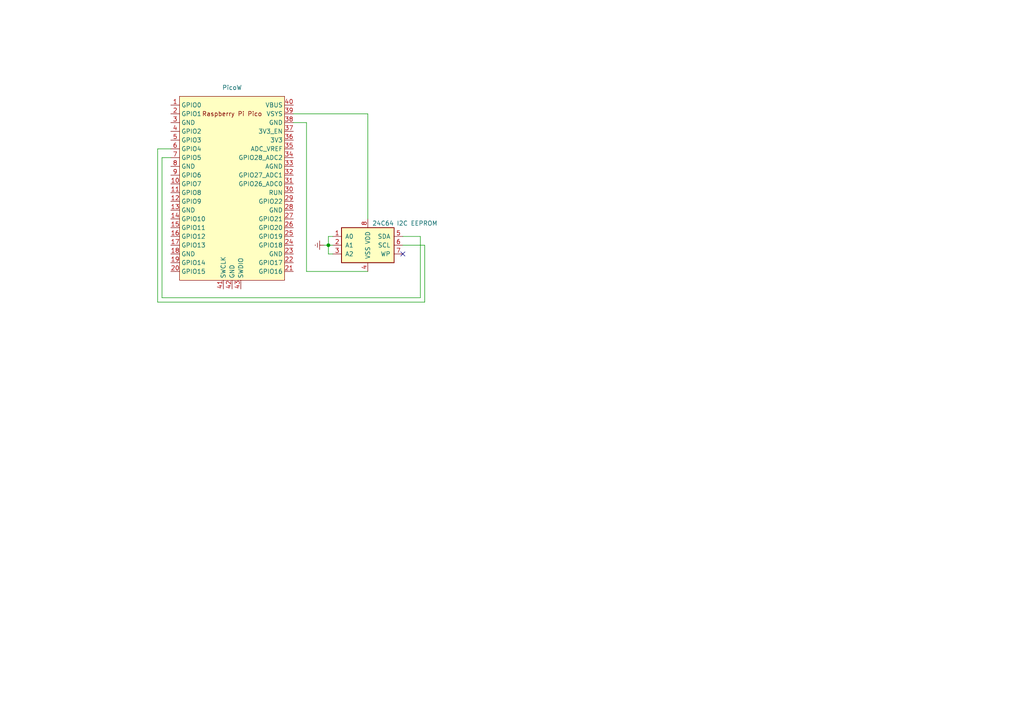
<source format=kicad_sch>
(kicad_sch (version 20230121) (generator eeschema)
  (paper "A4")
  (lib_symbols
    (symbol "MCU_RaspberryPi_and_Boards:Pico"
      (property "Reference" "U" (at -13.97 27.94 0))
      (property "Value" "Pico" (at 0 19.05 0))
      (symbol "Pico_0_0"
        (text "Raspberry Pi Pico" (at 0 21.59 0) (effects (font (size 1.27 1.27))))
      )
      (symbol "Pico_0_1"
        (rectangle (start -15.24 26.67) (end 15.24 -26.67) (fill (type background)))
      )
      (symbol "Pico_1_1"
        (pin bidirectional line (at -17.78 24.13 0) (length 2.54) (name "GPIO0") (number "1"))
        (pin bidirectional line (at -17.78 1.27 0) (length 2.54) (name "GPIO7") (number "10"))
        (pin bidirectional line (at -17.78 -1.27 0) (length 2.54) (name "GPIO8") (number "11"))
        (pin bidirectional line (at -17.78 -3.81 0) (length 2.54) (name "GPIO9") (number "12"))
        (pin power_in line (at -17.78 -6.35 0) (length 2.54) (name "GND") (number "13"))
        (pin bidirectional line (at -17.78 -8.89 0) (length 2.54) (name "GPIO10") (number "14"))
        (pin bidirectional line (at -17.78 -11.43 0) (length 2.54) (name "GPIO11") (number "15"))
        (pin bidirectional line (at -17.78 -13.97 0) (length 2.54) (name "GPIO12") (number "16"))
        (pin bidirectional line (at -17.78 -16.51 0) (length 2.54) (name "GPIO13") (number "17"))
        (pin power_in line (at -17.78 -19.05 0) (length 2.54) (name "GND") (number "18"))
        (pin bidirectional line (at -17.78 -21.59 0) (length 2.54) (name "GPIO14") (number "19"))
        (pin bidirectional line (at -17.78 21.59 0) (length 2.54) (name "GPIO1") (number "2"))
        (pin bidirectional line (at -17.78 -24.13 0) (length 2.54) (name "GPIO15") (number "20"))
        (pin bidirectional line (at 17.78 -24.13 180) (length 2.54) (name "GPIO16") (number "21"))
        (pin bidirectional line (at 17.78 -21.59 180) (length 2.54) (name "GPIO17") (number "22"))
        (pin power_in line (at 17.78 -19.05 180) (length 2.54) (name "GND") (number "23"))
        (pin bidirectional line (at 17.78 -16.51 180) (length 2.54) (name "GPIO18") (number "24"))
        (pin bidirectional line (at 17.78 -13.97 180) (length 2.54) (name "GPIO19") (number "25"))
        (pin bidirectional line (at 17.78 -11.43 180) (length 2.54) (name "GPIO20") (number "26"))
        (pin bidirectional line (at 17.78 -8.89 180) (length 2.54) (name "GPIO21") (number "27"))
        (pin power_in line (at 17.78 -6.35 180) (length 2.54) (name "GND") (number "28"))
        (pin bidirectional line (at 17.78 -3.81 180) (length 2.54) (name "GPIO22") (number "29"))
        (pin power_in line (at -17.78 19.05 0) (length 2.54) (name "GND") (number "3"))
        (pin input line (at 17.78 -1.27 180) (length 2.54) (name "RUN") (number "30"))
        (pin bidirectional line (at 17.78 1.27 180) (length 2.54) (name "GPIO26_ADC0") (number "31"))
        (pin bidirectional line (at 17.78 3.81 180) (length 2.54) (name "GPIO27_ADC1") (number "32"))
        (pin power_in line (at 17.78 6.35 180) (length 2.54) (name "AGND") (number "33"))
        (pin bidirectional line (at 17.78 8.89 180) (length 2.54) (name "GPIO28_ADC2") (number "34"))
        (pin power_in line (at 17.78 11.43 180) (length 2.54) (name "ADC_VREF") (number "35"))
        (pin power_in line (at 17.78 13.97 180) (length 2.54) (name "3V3") (number "36"))
        (pin input line (at 17.78 16.51 180) (length 2.54) (name "3V3_EN") (number "37"))
        (pin bidirectional line (at 17.78 19.05 180) (length 2.54) (name "GND") (number "38"))
        (pin power_in line (at 17.78 21.59 180) (length 2.54) (name "VSYS") (number "39"))
        (pin bidirectional line (at -17.78 16.51 0) (length 2.54) (name "GPIO2") (number "4"))
        (pin power_in line (at 17.78 24.13 180) (length 2.54) (name "VBUS") (number "40"))
        (pin input line (at -2.54 -29.21 90) (length 2.54) (name "SWCLK") (number "41"))
        (pin power_in line (at 0 -29.21 90) (length 2.54) (name "GND") (number "42"))
        (pin bidirectional line (at 2.54 -29.21 90) (length 2.54) (name "SWDIO") (number "43"))
        (pin bidirectional line (at -17.78 13.97 0) (length 2.54) (name "GPIO3") (number "5"))
        (pin bidirectional line (at -17.78 11.43 0) (length 2.54) (name "GPIO4") (number "6"))
        (pin bidirectional line (at -17.78 8.89 0) (length 2.54) (name "GPIO5") (number "7"))
        (pin power_in line (at -17.78 6.35 0) (length 2.54) (name "GND") (number "8"))
        (pin bidirectional line (at -17.78 3.81 0) (length 2.54) (name "GPIO6") (number "9"))
      )
    )
    (symbol "Memory_NVRAM:FM24C64B" (pin_names (offset 1.016))
      (property "Reference" "U" (at -5.08 8.89 0))
      (property "Value" "FM24C64B" (at 6.35 -8.89 0))
      (symbol "FM24C64B_0_1"
        (rectangle (start -7.62 5.08) (end 7.62 -5.08) (stroke (width 0.254)) (fill (type background)))
      )
      (symbol "FM24C64B_1_1"
        (pin input line (at -10.16 2.54 0) (length 2.54) (name "A0") (number "1"))
        (pin input line (at -10.16 0 0) (length 2.54) (name "A1") (number "2"))
        (pin input line (at -10.16 -2.54 0) (length 2.54) (name "A2") (number "3"))
        (pin power_in line (at 0 -7.62 90) (length 2.54) (name "VSS") (number "4"))
        (pin bidirectional line (at 10.16 2.54 180) (length 2.54) (name "SDA") (number "5"))
        (pin input line (at 10.16 0 180) (length 2.54) (name "SCL") (number "6"))
        (pin input line (at 10.16 -2.54 180) (length 2.54) (name "WP") (number "7"))
        (pin power_in line (at 0 7.62 270) (length 2.54) (name "VDD") (number "8"))
      )
    )
    (symbol "power:Earth" (power) (pin_names (offset 0))
      (symbol "Earth_0_1"
        (polyline (pts (xy -0.635 -1.905) (xy 0.635 -1.905)))
        (polyline (pts (xy -0.127 -2.54) (xy 0.127 -2.54)))
        (polyline (pts (xy 0 -1.27) (xy 0 0)))
        (polyline (pts (xy 1.27 -1.27) (xy -1.27 -1.27)))
      )
      (symbol "Earth_1_1"
        (pin power_in line (at 0 0 270) (length 0) hide (name "Earth") (number "1"))
      )
    )
  )
  (junction (at 95.25 71.12))
  (no_connect (at 116.84 73.66))
  (wire (pts (xy 46.99 45.72) (xy 46.99 86.36)))
  (wire (pts (xy 116.84 71.12) (xy 123.19 71.12)))
  (wire (pts (xy 85.09 33.02) (xy 106.68 33.02)))
  (wire (pts (xy 116.84 68.58) (xy 121.92 68.58)))
  (wire (pts (xy 121.92 86.36) (xy 121.92 68.58)))
  (wire (pts (xy 88.9 78.74) (xy 106.68 78.74)))
  (wire (pts (xy 49.53 43.18) (xy 45.72 43.18)))
  (wire (pts (xy 123.19 87.63) (xy 123.19 71.12)))
  (wire (pts (xy 45.72 87.63) (xy 123.19 87.63)))
  (wire (pts (xy 85.09 35.56) (xy 88.9 35.56)))
  (wire (pts (xy 88.9 35.56) (xy 88.9 78.74)))
  (wire (pts (xy 95.25 68.58) (xy 96.52 68.58)))
  (wire (pts (xy 93.98 71.12) (xy 95.25 71.12)))
  (wire (pts (xy 49.53 45.72) (xy 46.99 45.72)))
  (wire (pts (xy 106.68 33.02) (xy 106.68 63.5)))
  (wire (pts (xy 95.25 71.12) (xy 96.52 71.12)))
  (wire (pts (xy 95.25 71.12) (xy 95.25 68.58)))
  (wire (pts (xy 96.52 73.66) (xy 95.25 73.66)))
  (wire (pts (xy 46.99 86.36) (xy 121.92 86.36)))
  (wire (pts (xy 95.25 71.12) (xy 95.25 73.66)))
  (wire (pts (xy 45.72 43.18) (xy 45.72 87.63)))
  (symbol (lib_id "Memory_NVRAM:FM24C64B") (at 106.68 71.12 0) (unit 1)
    (property "Reference" "U2" (effects hide))
    (property "Value" "24C64 I2C EEPROM" (at 107.95 64.77 0) (effects (justify left)))
    (property "Footprint" "Package_SO:SOIC-8_3.9x4.9mm_P1.27mm" (effects hide))
    (property "Datasheet" "http://www.cypress.com/file/41651/download" (effects hide))
  )
  (symbol (lib_id "MCU_RaspberryPi_and_Boards:Pico") (at 67.31 54.61 0) (unit 1)
    (property "Reference" "U1" (effects hide))
    (property "Value" "PicoW" (at 67.31 25.4 0))
    (property "Footprint" "RPi_Pico:RPi_Pico_SMD_TH" (effects hide))
  )
  (symbol (lib_id "power:Earth") (at 93.98 71.12 270) (unit 1)
    (property "Reference" "#PWR01" (effects hide))
    (property "Value" "Earth" (effects hide))
  )
)
</source>
